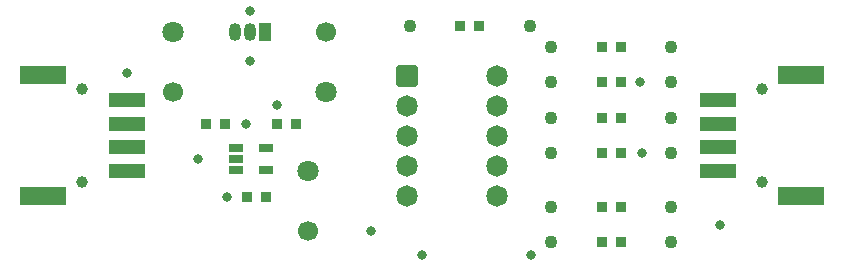
<source format=gbr>
%TF.GenerationSoftware,KiCad,Pcbnew,7.0.10*%
%TF.CreationDate,2024-03-29T17:01:24+09:00*%
%TF.ProjectId,HD-AK4316,48442d41-4b34-4333-9136-2e6b69636164,rev?*%
%TF.SameCoordinates,Original*%
%TF.FileFunction,Soldermask,Top*%
%TF.FilePolarity,Negative*%
%FSLAX46Y46*%
G04 Gerber Fmt 4.6, Leading zero omitted, Abs format (unit mm)*
G04 Created by KiCad (PCBNEW 7.0.10) date 2024-03-29 17:01:24*
%MOMM*%
%LPD*%
G01*
G04 APERTURE LIST*
G04 Aperture macros list*
%AMRoundRect*
0 Rectangle with rounded corners*
0 $1 Rounding radius*
0 $2 $3 $4 $5 $6 $7 $8 $9 X,Y pos of 4 corners*
0 Add a 4 corners polygon primitive as box body*
4,1,4,$2,$3,$4,$5,$6,$7,$8,$9,$2,$3,0*
0 Add four circle primitives for the rounded corners*
1,1,$1+$1,$2,$3*
1,1,$1+$1,$4,$5*
1,1,$1+$1,$6,$7*
1,1,$1+$1,$8,$9*
0 Add four rect primitives between the rounded corners*
20,1,$1+$1,$2,$3,$4,$5,0*
20,1,$1+$1,$4,$5,$6,$7,0*
20,1,$1+$1,$6,$7,$8,$9,0*
20,1,$1+$1,$8,$9,$2,$3,0*%
G04 Aperture macros list end*
%ADD10C,1.100000*%
%ADD11RoundRect,0.050000X0.400000X0.400000X-0.400000X0.400000X-0.400000X-0.400000X0.400000X-0.400000X0*%
%ADD12RoundRect,0.150000X-0.762000X0.762000X-0.762000X-0.762000X0.762000X-0.762000X0.762000X0.762000X0*%
%ADD13C,1.824000*%
%ADD14R,1.016000X1.524000*%
%ADD15O,1.016000X1.524000*%
%ADD16C,1.800000*%
%ADD17C,1.700000*%
%ADD18RoundRect,0.050000X-1.900000X0.750000X-1.900000X-0.750000X1.900000X-0.750000X1.900000X0.750000X0*%
%ADD19C,1.000000*%
%ADD20RoundRect,0.050000X-1.500000X0.550000X-1.500000X-0.550000X1.500000X-0.550000X1.500000X0.550000X0*%
%ADD21RoundRect,0.050000X-0.400000X-0.400000X0.400000X-0.400000X0.400000X0.400000X-0.400000X0.400000X0*%
%ADD22RoundRect,0.050000X1.900000X-0.750000X1.900000X0.750000X-1.900000X0.750000X-1.900000X-0.750000X0*%
%ADD23RoundRect,0.050000X1.500000X-0.550000X1.500000X0.550000X-1.500000X0.550000X-1.500000X-0.550000X0*%
%ADD24RoundRect,0.050000X-0.550000X0.300000X-0.550000X-0.300000X0.550000X-0.300000X0.550000X0.300000X0*%
%ADD25C,0.800000*%
G04 APERTURE END LIST*
D10*
%TO.C,R7*%
X181080000Y-55000000D03*
X170920000Y-55000000D03*
%TD*%
D11*
%TO.C,C6*%
X149300000Y-61500000D03*
X147700000Y-61500000D03*
%TD*%
D10*
%TO.C,R11*%
X170920000Y-58000000D03*
X181080000Y-58000000D03*
%TD*%
D12*
%TO.C,U1*%
X158690000Y-57420000D03*
D13*
X158690000Y-59960000D03*
X158690000Y-62500000D03*
X158690000Y-65040000D03*
X158690000Y-67580000D03*
X166310000Y-67580000D03*
X166310000Y-65040000D03*
X166310000Y-62500000D03*
X166310000Y-59960000D03*
X166310000Y-57420000D03*
%TD*%
D14*
%TO.C,U3*%
X146720000Y-53765000D03*
D15*
X145450000Y-53765000D03*
X144180000Y-53765000D03*
%TD*%
D10*
%TO.C,R1*%
X158919999Y-53200000D03*
X169079999Y-53200000D03*
%TD*%
D11*
%TO.C,R4*%
X176800000Y-68500000D03*
X175200000Y-68500000D03*
%TD*%
%TO.C,R8*%
X176800000Y-55000000D03*
X175200000Y-55000000D03*
%TD*%
%TO.C,R10*%
X176800000Y-61000000D03*
X175200000Y-61000000D03*
%TD*%
D16*
%TO.C,C1*%
X138925000Y-53760000D03*
D17*
X138925000Y-58840000D03*
%TD*%
D10*
%TO.C,R9*%
X181080000Y-61000000D03*
X170920000Y-61000000D03*
%TD*%
D18*
%TO.C,CN1*%
X127900000Y-57350000D03*
D19*
X131200000Y-58550000D03*
X131200000Y-66450000D03*
D18*
X127900000Y-67650000D03*
D20*
X135000000Y-65500000D03*
X135000000Y-63500000D03*
X135000000Y-61500000D03*
X135000000Y-59500000D03*
%TD*%
D21*
%TO.C,C2*%
X141700000Y-61500000D03*
X143300000Y-61500000D03*
%TD*%
D22*
%TO.C,CN2*%
X192100000Y-67650000D03*
D19*
X188800000Y-66450000D03*
X188800000Y-58550000D03*
D22*
X192100000Y-57350000D03*
D23*
X185000000Y-59500000D03*
X185000000Y-61500000D03*
X185000000Y-63500000D03*
X185000000Y-65500000D03*
%TD*%
D16*
%TO.C,C5*%
X151825000Y-58790000D03*
D17*
X151825000Y-53710000D03*
%TD*%
D11*
%TO.C,C4*%
X146800000Y-67700000D03*
X145200000Y-67700000D03*
%TD*%
D10*
%TO.C,R13*%
X170920000Y-64000000D03*
X181080000Y-64000000D03*
%TD*%
D16*
%TO.C,C3*%
X150300000Y-65460000D03*
D17*
X150300000Y-70540000D03*
%TD*%
D21*
%TO.C,R2*%
X163199999Y-53200000D03*
X164799999Y-53200000D03*
%TD*%
%TO.C,R12*%
X175200000Y-58000000D03*
X176800000Y-58000000D03*
%TD*%
%TO.C,R14*%
X175200000Y-64000000D03*
X176800000Y-64000000D03*
%TD*%
D11*
%TO.C,R6*%
X176800000Y-71500000D03*
X175200000Y-71500000D03*
%TD*%
D10*
%TO.C,R5*%
X181080000Y-71500000D03*
X170920000Y-71500000D03*
%TD*%
%TO.C,R3*%
X181080000Y-68500000D03*
X170920000Y-68500000D03*
%TD*%
D24*
%TO.C,U2*%
X144200000Y-63550000D03*
X144200000Y-64500000D03*
X144200000Y-65450000D03*
X146800000Y-65450000D03*
X146800000Y-63550000D03*
%TD*%
D25*
X145100000Y-61500000D03*
X178600000Y-64000000D03*
X143500000Y-67700000D03*
X169200000Y-72600000D03*
X145450000Y-51950000D03*
X155640000Y-70540000D03*
X147700000Y-59900000D03*
X185200000Y-70100000D03*
X145450000Y-56150000D03*
X160000000Y-72600000D03*
X135000000Y-57200000D03*
X141000000Y-64500000D03*
X178400000Y-58000000D03*
M02*

</source>
